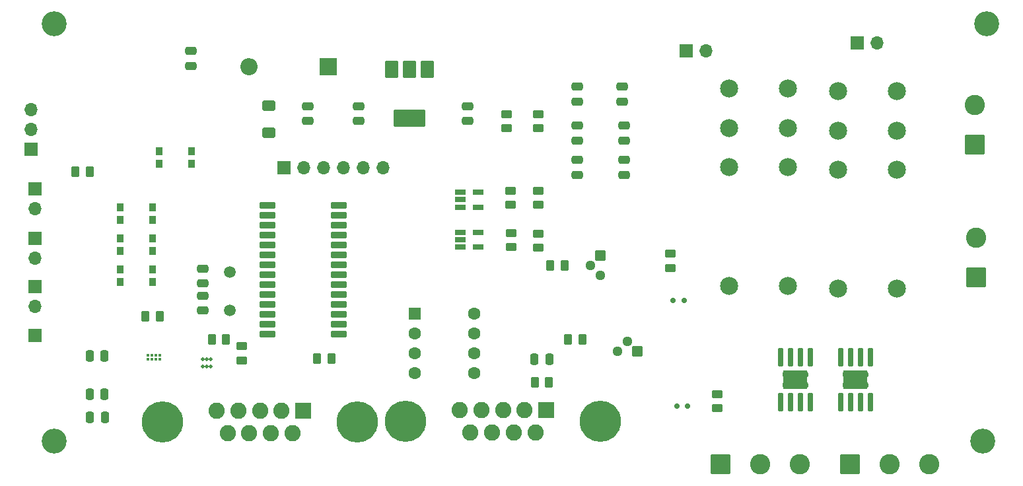
<source format=gbr>
%TF.GenerationSoftware,KiCad,Pcbnew,9.0.0*%
%TF.CreationDate,2025-04-23T23:28:36+02:00*%
%TF.ProjectId,Proyecto_ArgibayManuel_YangAlex,50726f79-6563-4746-9f5f-417267696261,rev?*%
%TF.SameCoordinates,Original*%
%TF.FileFunction,Soldermask,Top*%
%TF.FilePolarity,Negative*%
%FSLAX46Y46*%
G04 Gerber Fmt 4.6, Leading zero omitted, Abs format (unit mm)*
G04 Created by KiCad (PCBNEW 9.0.0) date 2025-04-23 23:28:36*
%MOMM*%
%LPD*%
G01*
G04 APERTURE LIST*
G04 Aperture macros list*
%AMRoundRect*
0 Rectangle with rounded corners*
0 $1 Rounding radius*
0 $2 $3 $4 $5 $6 $7 $8 $9 X,Y pos of 4 corners*
0 Add a 4 corners polygon primitive as box body*
4,1,4,$2,$3,$4,$5,$6,$7,$8,$9,$2,$3,0*
0 Add four circle primitives for the rounded corners*
1,1,$1+$1,$2,$3*
1,1,$1+$1,$4,$5*
1,1,$1+$1,$6,$7*
1,1,$1+$1,$8,$9*
0 Add four rect primitives between the rounded corners*
20,1,$1+$1,$2,$3,$4,$5,0*
20,1,$1+$1,$4,$5,$6,$7,0*
20,1,$1+$1,$6,$7,$8,$9,0*
20,1,$1+$1,$8,$9,$2,$3,0*%
G04 Aperture macros list end*
%ADD10C,0.365000*%
%ADD11RoundRect,0.250000X-0.475000X0.250000X-0.475000X-0.250000X0.475000X-0.250000X0.475000X0.250000X0*%
%ADD12R,0.900000X1.000000*%
%ADD13RoundRect,0.250000X0.262500X0.450000X-0.262500X0.450000X-0.262500X-0.450000X0.262500X-0.450000X0*%
%ADD14RoundRect,0.102000X0.545000X0.545000X-0.545000X0.545000X-0.545000X-0.545000X0.545000X-0.545000X0*%
%ADD15C,1.294000*%
%ADD16RoundRect,0.250000X0.250000X0.475000X-0.250000X0.475000X-0.250000X-0.475000X0.250000X-0.475000X0*%
%ADD17R,1.700000X1.700000*%
%ADD18O,1.700000X1.700000*%
%ADD19RoundRect,0.250000X-0.262500X-0.450000X0.262500X-0.450000X0.262500X0.450000X-0.262500X0.450000X0*%
%ADD20RoundRect,0.250000X-1.050000X-1.050000X1.050000X-1.050000X1.050000X1.050000X-1.050000X1.050000X0*%
%ADD21C,2.600000*%
%ADD22RoundRect,0.250000X0.450000X-0.262500X0.450000X0.262500X-0.450000X0.262500X-0.450000X-0.262500X0*%
%ADD23RoundRect,0.102000X-0.605600X-0.250400X0.605600X-0.250400X0.605600X0.250400X-0.605600X0.250400X0*%
%ADD24R,2.200000X2.200000*%
%ADD25O,2.200000X2.200000*%
%ADD26RoundRect,0.102000X-0.545000X0.545000X-0.545000X-0.545000X0.545000X-0.545000X0.545000X0.545000X0*%
%ADD27RoundRect,0.150000X-0.150000X-0.200000X0.150000X-0.200000X0.150000X0.200000X-0.150000X0.200000X0*%
%ADD28RoundRect,0.100500X-0.951500X-0.301500X0.951500X-0.301500X0.951500X0.301500X-0.951500X0.301500X0*%
%ADD29C,0.464000*%
%ADD30RoundRect,0.102000X0.750000X1.000000X-0.750000X1.000000X-0.750000X-1.000000X0.750000X-1.000000X0*%
%ADD31RoundRect,0.102000X1.900000X1.000000X-1.900000X1.000000X-1.900000X-1.000000X1.900000X-1.000000X0*%
%ADD32R,3.100000X2.400000*%
%ADD33RoundRect,0.070000X-0.250000X1.100000X-0.250000X-1.100000X0.250000X-1.100000X0.250000X1.100000X0*%
%ADD34C,0.770000*%
%ADD35C,3.200000*%
%ADD36RoundRect,0.102000X0.939800X0.939800X-0.939800X0.939800X-0.939800X-0.939800X0.939800X-0.939800X0*%
%ADD37C,2.083600*%
%ADD38C,5.284000*%
%ADD39RoundRect,0.250000X-0.550000X-0.550000X0.550000X-0.550000X0.550000X0.550000X-0.550000X0.550000X0*%
%ADD40C,1.600000*%
%ADD41RoundRect,0.250000X-0.450000X0.262500X-0.450000X-0.262500X0.450000X-0.262500X0.450000X0.262500X0*%
%ADD42RoundRect,0.250000X-0.600000X0.400000X-0.600000X-0.400000X0.600000X-0.400000X0.600000X0.400000X0*%
%ADD43RoundRect,0.250000X-0.250000X-0.475000X0.250000X-0.475000X0.250000X0.475000X-0.250000X0.475000X0*%
%ADD44RoundRect,0.250000X1.050000X-1.050000X1.050000X1.050000X-1.050000X1.050000X-1.050000X-1.050000X0*%
%ADD45C,2.304000*%
%ADD46RoundRect,0.250000X0.475000X-0.250000X0.475000X0.250000X-0.475000X0.250000X-0.475000X-0.250000X0*%
%ADD47C,1.500000*%
G04 APERTURE END LIST*
D10*
%TO.C,U9*%
X115500000Y-79500000D03*
X115500000Y-80000000D03*
X115000000Y-79500000D03*
X115000000Y-80000000D03*
X114500000Y-79500000D03*
X114500000Y-80000000D03*
X114000000Y-79500000D03*
X114000000Y-80000000D03*
%TD*%
D11*
%TO.C,C15*%
X174769888Y-45100000D03*
X174769888Y-47000000D03*
%TD*%
D12*
%TO.C,SW4*%
X115450000Y-53400000D03*
X119550000Y-53400000D03*
X115450000Y-55000000D03*
X119550000Y-55000000D03*
%TD*%
D13*
%TO.C,R8*%
X115500000Y-74500000D03*
X113675000Y-74500000D03*
%TD*%
D14*
%TO.C,Q2*%
X176770000Y-79000000D03*
D15*
X175500000Y-77730000D03*
X174230000Y-79000000D03*
%TD*%
D16*
%TO.C,C6*%
X108450000Y-87500000D03*
X106550000Y-87500000D03*
%TD*%
D12*
%TO.C,SW1*%
X114550000Y-62140000D03*
X110450000Y-62140000D03*
X114550000Y-60540000D03*
X110450000Y-60540000D03*
%TD*%
D17*
%TO.C,J1*%
X204960000Y-39500000D03*
D18*
X207500000Y-39500000D03*
%TD*%
D19*
%TO.C,R17*%
X163587500Y-83000000D03*
X165412500Y-83000000D03*
%TD*%
D17*
%TO.C,J5*%
X99500000Y-64500000D03*
D18*
X99500000Y-67040000D03*
%TD*%
D20*
%TO.C,J8*%
X204000000Y-93500000D03*
D21*
X209080000Y-93500000D03*
X214160000Y-93500000D03*
%TD*%
D20*
%TO.C,J7*%
X187420000Y-93500000D03*
D21*
X192500000Y-93500000D03*
X197580000Y-93500000D03*
%TD*%
D22*
%TO.C,R6*%
X160500000Y-60252500D03*
X160500000Y-58427500D03*
%TD*%
D23*
%TO.C,U4*%
X154000000Y-63752500D03*
X154000000Y-64702500D03*
X154000000Y-65652500D03*
X156300000Y-65652500D03*
X156300000Y-63752500D03*
%TD*%
D24*
%TO.C,D3*%
X137080000Y-42500000D03*
D25*
X126920000Y-42500000D03*
%TD*%
D26*
%TO.C,Q1*%
X172000000Y-66730000D03*
D15*
X170730000Y-68000000D03*
X172000000Y-69270000D03*
%TD*%
D17*
%TO.C,J6*%
X99500000Y-70725000D03*
D18*
X99500000Y-73265000D03*
%TD*%
D12*
%TO.C,SW3*%
X114550000Y-70140000D03*
X110450000Y-70140000D03*
X114550000Y-68540000D03*
X110450000Y-68540000D03*
%TD*%
D27*
%TO.C,D1*%
X182700000Y-72500000D03*
X181300000Y-72500000D03*
%TD*%
D28*
%TO.C,U1*%
X129290000Y-60340000D03*
X129290000Y-61610000D03*
X129290000Y-62880000D03*
X129290000Y-64150000D03*
X129290000Y-65420000D03*
X129290000Y-66690000D03*
X129290000Y-67960000D03*
X129290000Y-69230000D03*
X129290000Y-70500000D03*
X129290000Y-71770000D03*
X129290000Y-73040000D03*
X129290000Y-74310000D03*
X129290000Y-75580000D03*
X129290000Y-76850000D03*
X138500000Y-76850000D03*
X138500000Y-75580000D03*
X138500000Y-74310000D03*
X138500000Y-73040000D03*
X138500000Y-71770000D03*
X138500000Y-70500000D03*
X138500000Y-69230000D03*
X138500000Y-67960000D03*
X138500000Y-66690000D03*
X138500000Y-65420000D03*
X138500000Y-64150000D03*
X138500000Y-62880000D03*
X138500000Y-61610000D03*
X138500000Y-60340000D03*
%TD*%
D22*
%TO.C,R4*%
X164000000Y-60252500D03*
X164000000Y-58427500D03*
%TD*%
%TO.C,R12*%
X181000000Y-68325000D03*
X181000000Y-66500000D03*
%TD*%
D29*
%TO.C,U2*%
X121000000Y-81000000D03*
X121000000Y-80000000D03*
X121500000Y-81000000D03*
X121500000Y-80000000D03*
X122000000Y-81000000D03*
X122000000Y-80000000D03*
%TD*%
D22*
%TO.C,R16*%
X164000000Y-50412500D03*
X164000000Y-48587500D03*
%TD*%
D16*
%TO.C,C9*%
X108400000Y-79580000D03*
X106500000Y-79580000D03*
%TD*%
D30*
%TO.C,IC1*%
X149800000Y-42850000D03*
X147500000Y-42850000D03*
X145200000Y-42850000D03*
D31*
X147500000Y-49150000D03*
%TD*%
D13*
%TO.C,R11*%
X169682500Y-77500000D03*
X167857500Y-77500000D03*
%TD*%
D32*
%TO.C,U6*%
X197000000Y-82650000D03*
D33*
X198905000Y-79775000D03*
X197635000Y-79775000D03*
X196365000Y-79775000D03*
X195095000Y-79775000D03*
X195095000Y-85525000D03*
X196365000Y-85525000D03*
X197635000Y-85525000D03*
X198905000Y-85525000D03*
D34*
X198300000Y-82000000D03*
X197000000Y-82000000D03*
X195700000Y-82000000D03*
X198300000Y-83300000D03*
X197000000Y-83300000D03*
X195700000Y-83300000D03*
%TD*%
D17*
%TO.C,J9*%
X99000000Y-53080000D03*
D18*
X99000000Y-50540000D03*
X99000000Y-48000000D03*
%TD*%
D13*
%TO.C,R10*%
X167412500Y-68000000D03*
X165587500Y-68000000D03*
%TD*%
D35*
%TO.C,REF\u002A\u002A*%
X221000000Y-90500000D03*
%TD*%
D36*
%TO.C,X1*%
X165040000Y-86576500D03*
D37*
X162270000Y-86576500D03*
X159500000Y-86576500D03*
X156730000Y-86576500D03*
X153960000Y-86576500D03*
X163650000Y-89416500D03*
X160880000Y-89416500D03*
X158120000Y-89416500D03*
X155350000Y-89416500D03*
D38*
X172000000Y-87996500D03*
X147000000Y-87996500D03*
%TD*%
D35*
%TO.C,REF\u002A\u002A*%
X102000000Y-90500000D03*
%TD*%
D32*
%TO.C,U7*%
X204700000Y-82650000D03*
D33*
X206605000Y-79775000D03*
X205335000Y-79775000D03*
X204065000Y-79775000D03*
X202795000Y-79775000D03*
X202795000Y-85525000D03*
X204065000Y-85525000D03*
X205335000Y-85525000D03*
X206605000Y-85525000D03*
D34*
X206000000Y-82000000D03*
X204700000Y-82000000D03*
X203400000Y-82000000D03*
X206000000Y-83300000D03*
X204700000Y-83300000D03*
X203400000Y-83300000D03*
%TD*%
D11*
%TO.C,C14*%
X169000000Y-45100000D03*
X169000000Y-47000000D03*
%TD*%
D17*
%TO.C,J12*%
X131420000Y-55500000D03*
D18*
X133960000Y-55500000D03*
X136500000Y-55500000D03*
X139040000Y-55500000D03*
X141580000Y-55500000D03*
X144120000Y-55500000D03*
%TD*%
D35*
%TO.C,REF\u002A\u002A*%
X221500000Y-37000000D03*
%TD*%
D17*
%TO.C,J4*%
X99500000Y-58225000D03*
D18*
X99500000Y-60765000D03*
%TD*%
D39*
%TO.C,U8*%
X148195000Y-74190000D03*
D40*
X148195000Y-76730000D03*
X148195000Y-79270000D03*
X148195000Y-81810000D03*
X155815000Y-81810000D03*
X155815000Y-79270000D03*
X155815000Y-76730000D03*
X155815000Y-74190000D03*
%TD*%
D41*
%TO.C,R13*%
X187000000Y-84500000D03*
X187000000Y-86325000D03*
%TD*%
D22*
%TO.C,R7*%
X160587500Y-65665000D03*
X160587500Y-63840000D03*
%TD*%
D42*
%TO.C,D4*%
X129500000Y-47500000D03*
X129500000Y-51000000D03*
%TD*%
D43*
%TO.C,C16*%
X163550000Y-80000000D03*
X165450000Y-80000000D03*
%TD*%
D12*
%TO.C,SW2*%
X114550000Y-66140000D03*
X110450000Y-66140000D03*
X114550000Y-64540000D03*
X110450000Y-64540000D03*
%TD*%
D44*
%TO.C,J11*%
X220000000Y-52500000D03*
D21*
X220000000Y-47420000D03*
%TD*%
D11*
%TO.C,C11*%
X141000000Y-47600000D03*
X141000000Y-49500000D03*
%TD*%
%TO.C,C10*%
X175000000Y-50094888D03*
X175000000Y-51994888D03*
%TD*%
D35*
%TO.C,REF\u002A\u002A*%
X102000000Y-37000000D03*
%TD*%
D45*
%TO.C,K1*%
X196000000Y-50360000D03*
X188500000Y-50360000D03*
X196000000Y-55400000D03*
X188500000Y-55400000D03*
X196000000Y-45320000D03*
X188500000Y-45320000D03*
X196000000Y-70660000D03*
X188500000Y-70660000D03*
%TD*%
D11*
%TO.C,C12*%
X134500000Y-47600000D03*
X134500000Y-49500000D03*
%TD*%
D17*
%TO.C,J2*%
X99500000Y-77000000D03*
%TD*%
D23*
%TO.C,U3*%
X154000000Y-58625500D03*
X154000000Y-59575500D03*
X154000000Y-60525500D03*
X156300000Y-60525500D03*
X156300000Y-58625500D03*
%TD*%
D11*
%TO.C,C13*%
X155000000Y-47600000D03*
X155000000Y-49500000D03*
%TD*%
D27*
%TO.C,D2*%
X183200000Y-86000000D03*
X181800000Y-86000000D03*
%TD*%
D22*
%TO.C,R5*%
X164000000Y-65752500D03*
X164000000Y-63927500D03*
%TD*%
D36*
%TO.C,X2*%
X133890000Y-86660000D03*
D37*
X131120000Y-86660000D03*
X128350000Y-86660000D03*
X125580000Y-86660000D03*
X122810000Y-86660000D03*
X132500000Y-89500000D03*
X129730000Y-89500000D03*
X126970000Y-89500000D03*
X124200000Y-89500000D03*
D38*
X140850000Y-88080000D03*
X115850000Y-88080000D03*
%TD*%
D41*
%TO.C,R1*%
X126000000Y-78340000D03*
X126000000Y-80165000D03*
%TD*%
D19*
%TO.C,R3*%
X104675000Y-56000000D03*
X106500000Y-56000000D03*
%TD*%
D11*
%TO.C,C8*%
X169000000Y-54500000D03*
X169000000Y-56400000D03*
%TD*%
D44*
%TO.C,J10*%
X220167500Y-69545000D03*
D21*
X220167500Y-64465000D03*
%TD*%
D11*
%TO.C,C3*%
X169000000Y-50094888D03*
X169000000Y-51994888D03*
%TD*%
D19*
%TO.C,R9*%
X122175000Y-77500000D03*
X124000000Y-77500000D03*
%TD*%
D46*
%TO.C,C1*%
X119500000Y-42400000D03*
X119500000Y-40500000D03*
%TD*%
D17*
%TO.C,J3*%
X182960000Y-40500000D03*
D18*
X185500000Y-40500000D03*
%TD*%
D41*
%TO.C,R15*%
X160000000Y-48587500D03*
X160000000Y-50412500D03*
%TD*%
D11*
%TO.C,C5*%
X121000000Y-71890000D03*
X121000000Y-73790000D03*
%TD*%
D45*
%TO.C,K2*%
X210000000Y-50700000D03*
X202500000Y-50700000D03*
X210000000Y-55740000D03*
X202500000Y-55740000D03*
X210000000Y-45660000D03*
X202500000Y-45660000D03*
X210000000Y-71000000D03*
X202500000Y-71000000D03*
%TD*%
D43*
%TO.C,C2*%
X106500000Y-84500000D03*
X108400000Y-84500000D03*
%TD*%
D46*
%TO.C,C4*%
X121000000Y-70290000D03*
X121000000Y-68390000D03*
%TD*%
D11*
%TO.C,C7*%
X175000000Y-54500000D03*
X175000000Y-56400000D03*
%TD*%
D13*
%TO.C,R2*%
X137500000Y-79912500D03*
X135675000Y-79912500D03*
%TD*%
D47*
%TO.C,Y1*%
X124500000Y-68890000D03*
X124500000Y-73770000D03*
%TD*%
M02*

</source>
